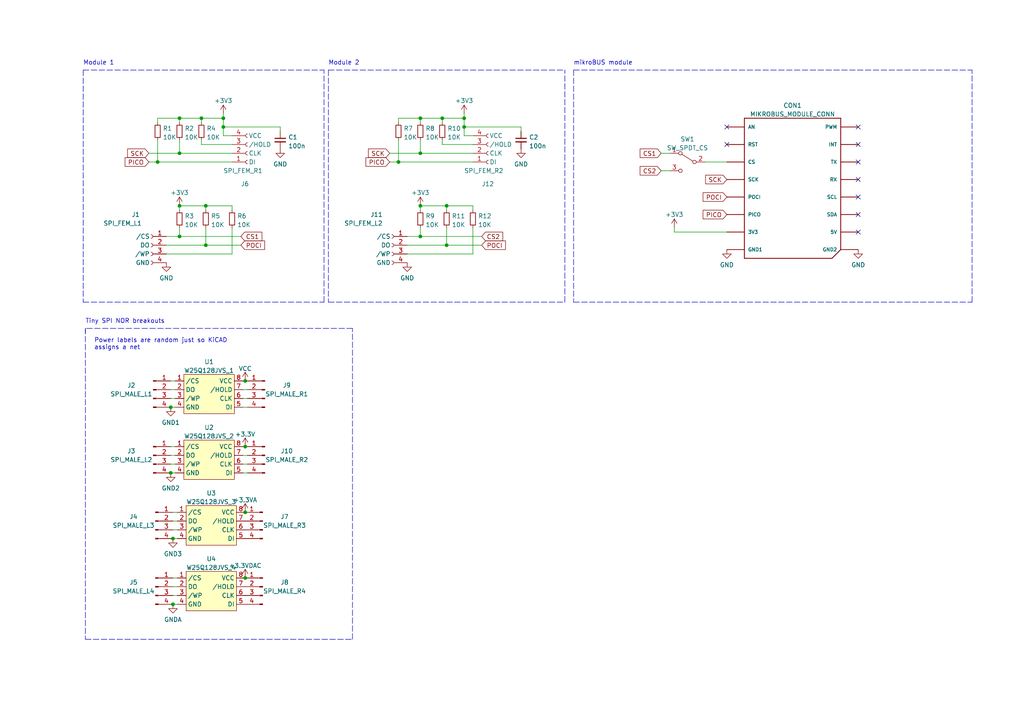
<source format=kicad_sch>
(kicad_sch (version 20211123) (generator eeschema)
  (paper "A4")
  (title_block (title "mikroBUS SPI NOR board") (date "2022-11-13") (rev "1") (company "Davide Depau"))
  (lib_symbols
    (symbol "Conn_01x04_Female_1" (pin_names (offset 1.016))
      (property "Reference" "J6" (at -2.54 -8.89 0))
      (property "Value" "SPI_FEM_R1" (at -7.62 -5.08 0))
      (symbol "Conn_01x04_Female_1_1_1"
        (arc (start -0.635 -2.032) (mid -1.143 -2.54) (end -0.635 -3.048) (stroke (width 0.1524)))
        (arc (start -0.635 0.508) (mid -1.143 0) (end -0.635 -0.508) (stroke (width 0.1524)))
        (arc (start -0.635 3.048) (mid -1.143 2.54) (end -0.635 2.032) (stroke (width 0.1524)))
        (arc (start -0.635 5.588) (mid -1.143 5.08) (end -0.635 4.572) (stroke (width 0.1524)))
        (pin passive line (at -5.08 -2.54 0) (length 3.81) (name "DI") (number "1"))
        (pin passive line (at -5.08 0 0) (length 3.81) (name "CLK") (number "2"))
        (pin passive line (at -5.08 2.54 0) (length 3.81) (name "/HOLD") (number "3"))
        (pin power_in line (at -5.08 5.08 0) (length 3.81) (name "VCC") (number "4"))
      )
    )
    (symbol "Conn_01x04_Female_2" (pin_names (offset 1.016))
      (property "Reference" "J12" (at -2.54 -8.89 0))
      (property "Value" "Conn_01x04_Female_2" (at -7.62 -5.08 0))
      (symbol "Conn_01x04_Female_2_1_1"
        (arc (start -0.635 -2.032) (mid -1.143 -2.54) (end -0.635 -3.048) (stroke (width 0.1524)))
        (arc (start -0.635 0.508) (mid -1.143 0) (end -0.635 -0.508) (stroke (width 0.1524)))
        (arc (start -0.635 3.048) (mid -1.143 2.54) (end -0.635 2.032) (stroke (width 0.1524)))
        (arc (start -0.635 5.588) (mid -1.143 5.08) (end -0.635 4.572) (stroke (width 0.1524)))
        (pin passive line (at -5.08 -2.54 0) (length 3.81) (name "DI") (number "1"))
        (pin passive line (at -5.08 0 0) (length 3.81) (name "CLK") (number "2"))
        (pin passive line (at -5.08 2.54 0) (length 3.81) (name "/HOLD") (number "3"))
        (pin power_in line (at -5.08 5.08 0) (length 3.81) (name "VCC") (number "4"))
      )
    )
    (symbol "Connector:Conn_01x04_Female" (pin_names (offset 1.016))
      (property "Reference" "J?" (at 0.635 10.507 0))
      (property "Value" "SPI_FEM_L" (at 0.635 7.9701 0))
      (symbol "Conn_01x04_Female_1_1"
        (arc (start -0.635 -2.032) (mid -1.143 -2.54) (end -0.635 -3.048) (stroke (width 0.1524)))
        (arc (start -0.635 0.508) (mid -1.143 0) (end -0.635 -0.508) (stroke (width 0.1524)))
        (arc (start -0.635 3.048) (mid -1.143 2.54) (end -0.635 2.032) (stroke (width 0.1524)))
        (arc (start -0.635 5.588) (mid -1.143 5.08) (end -0.635 4.572) (stroke (width 0.1524)))
        (pin passive line (at -5.08 -2.54 0) (length 3.81) (name "/CS") (number "1"))
        (pin passive line (at -5.08 0 0) (length 3.81) (name "DO") (number "2"))
        (pin passive line (at -5.08 2.54 0) (length 3.81) (name "/WP") (number "3"))
        (pin power_in line (at -5.08 5.08 0) (length 3.81) (name "GND") (number "4"))
      )
    )
    (symbol "Connector:Conn_01x04_Male" (pin_names (offset 1.016) hide)
      (property "Reference" "J" (at 0 5.08 0))
      (property "Value" "Conn_01x04_Male" (at 0 -7.62 0))
      (symbol "Conn_01x04_Male_1_1"
        (polyline (pts (xy 1.27 -5.08) (xy 0.8636 -5.08)) (stroke (width 0.1524)))
        (polyline (pts (xy 1.27 -2.54) (xy 0.8636 -2.54)) (stroke (width 0.1524)))
        (polyline (pts (xy 1.27 0) (xy 0.8636 0)) (stroke (width 0.1524)))
        (polyline (pts (xy 1.27 2.54) (xy 0.8636 2.54)) (stroke (width 0.1524)))
        (rectangle (start 0.8636 -4.953) (end 0 -5.207) (stroke (width 0.1524)) (fill (type outline)))
        (rectangle (start 0.8636 -2.413) (end 0 -2.667) (stroke (width 0.1524)) (fill (type outline)))
        (rectangle (start 0.8636 0.127) (end 0 -0.127) (stroke (width 0.1524)) (fill (type outline)))
        (rectangle (start 0.8636 2.667) (end 0 2.413) (stroke (width 0.1524)) (fill (type outline)))
        (pin passive line (at 5.08 2.54 180) (length 3.81) (name "Pin_1") (number "1"))
        (pin passive line (at 5.08 0 180) (length 3.81) (name "Pin_2") (number "2"))
        (pin passive line (at 5.08 -2.54 180) (length 3.81) (name "Pin_3") (number "3"))
        (pin passive line (at 5.08 -5.08 180) (length 3.81) (name "Pin_4") (number "4"))
      )
    )
    (symbol "Device:C_Small" (pin_numbers hide) (pin_names (offset 0.254) hide)
      (property "Reference" "C" (at 0.254 1.778 0))
      (property "Value" "C_Small" (at 0.254 -2.032 0))
      (symbol "C_Small_0_1"
        (polyline (pts (xy -1.524 -0.508) (xy 1.524 -0.508)) (stroke (width 0.3302)))
        (polyline (pts (xy -1.524 0.508) (xy 1.524 0.508)) (stroke (width 0.3048)))
      )
      (symbol "C_Small_1_1"
        (pin passive line (at 0 2.54 270) (length 2.032) (name "~") (number "1"))
        (pin passive line (at 0 -2.54 90) (length 2.032) (name "~") (number "2"))
      )
    )
    (symbol "Device:R_Small" (pin_numbers hide) (pin_names (offset 0.254) hide)
      (property "Reference" "R" (at 0.762 0.508 0))
      (property "Value" "R_Small" (at 0.762 -1.016 0))
      (symbol "R_Small_0_1"
        (rectangle (start -0.762 1.778) (end 0.762 -1.778) (stroke (width 0.2032)))
      )
      (symbol "R_Small_1_1"
        (pin passive line (at 0 2.54 270) (length 0.762) (name "~") (number "1"))
        (pin passive line (at 0 -2.54 90) (length 0.762) (name "~") (number "2"))
      )
    )
    (symbol "Switch:SW_SPDT" (pin_names (offset 0) hide)
      (property "Reference" "SW" (at 0 4.318 0))
      (property "Value" "SW_SPDT" (at 0 -5.08 0))
      (symbol "SW_SPDT_0_0"
        (circle (center -2.032 0) (radius 0.508))
        (circle (center 2.032 -2.54) (radius 0.508))
      )
      (symbol "SW_SPDT_0_1"
        (polyline (pts (xy -1.524 0.254) (xy 1.651 2.286)))
        (circle (center 2.032 2.54) (radius 0.508))
      )
      (symbol "SW_SPDT_1_1"
        (pin passive line (at 5.08 2.54 180) (length 2.54) (name "A") (number "1"))
        (pin passive line (at -5.08 0 0) (length 2.54) (name "B") (number "2"))
        (pin passive line (at 5.08 -2.54 180) (length 2.54) (name "C") (number "3"))
      )
    )
    (symbol "W25Q128JVS:W25Q128JVS"
      (property "Reference" "U" (at 0 -6.985 0))
      (property "Value" "W25Q128JVS" (at 0 6.985 0))
      (symbol "W25Q128JVS_0_1"
        (rectangle (start -7.62 5.715) (end 6.985 -5.715) (stroke (width 0.1524)) (fill (type background)))
      )
      (symbol "W25Q128JVS_1_1"
        (pin input line (at -10.16 3.81 0) (length 2.54) (name "/CS") (number "1"))
        (pin output line (at -10.16 1.27 0) (length 2.54) (name "DO") (number "2"))
        (pin input line (at -10.16 -1.27 0) (length 2.54) (name "/WP") (number "3"))
        (pin power_in line (at -10.16 -3.81 0) (length 2.54) (name "GND") (number "4"))
        (pin input line (at 9.525 -3.81 180) (length 2.54) (name "DI") (number "5"))
        (pin input line (at 9.525 -1.27 180) (length 2.54) (name "CLK") (number "6"))
        (pin input line (at 9.525 1.27 180) (length 2.54) (name "/HOLD") (number "7"))
        (pin power_in line (at 9.525 3.81 180) (length 2.54) (name "VCC") (number "8"))
      )
    )
    (symbol "mikroBUS:MIKROBUS_MODULE_CONN" (pin_numbers hide) (pin_names (offset 1.016))
      (property "Reference" "CON?" (at 13.97 44.3398 0))
      (property "Value" "MIKROBUS_MODULE_CONN" (at 13.97 41.8029 0))
      (symbol "MIKROBUS_MODULE_CONN_0_0"
        (polyline (pts (xy 0 0) (xy 0 40.64)) (stroke (width 0.254)))
        (polyline (pts (xy 0 40.64) (xy 27.94 40.64)) (stroke (width 0.254)))
        (polyline (pts (xy 25.4 0) (xy 0 0)) (stroke (width 0.254)))
        (polyline (pts (xy 27.94 2.54) (xy 25.4 0)) (stroke (width 0.254)))
        (polyline (pts (xy 27.94 40.64) (xy 27.94 2.54)) (stroke (width 0.254)))
        (pin bidirectional line (at -5.08 38.1 0) (length 5.08) (name "AN") (number "P1"))
        (pin power_in line (at 33.02 7.62 180) (length 5.08) (name "5V") (number "P10"))
        (pin bidirectional line (at 33.02 12.7 180) (length 5.08) (name "SDA") (number "P11"))
        (pin bidirectional line (at 33.02 17.78 180) (length 5.08) (name "SCL") (number "P12"))
        (pin bidirectional line (at 33.02 22.86 180) (length 5.08) (name "RX") (number "P13"))
        (pin bidirectional line (at 33.02 27.94 180) (length 5.08) (name "TX") (number "P14"))
        (pin bidirectional line (at 33.02 33.02 180) (length 5.08) (name "INT") (number "P15"))
        (pin bidirectional line (at 33.02 38.1 180) (length 5.08) (name "PWM") (number "P16"))
        (pin bidirectional line (at -5.08 33.02 0) (length 5.08) (name "RST") (number "P2"))
        (pin bidirectional line (at -5.08 27.94 0) (length 5.08) (name "CS") (number "P3"))
        (pin bidirectional line (at -5.08 22.86 0) (length 5.08) (name "SCK") (number "P4"))
        (pin bidirectional line (at -5.08 17.78 0) (length 5.08) (name "POCI") (number "P5"))
        (pin bidirectional line (at -5.08 12.7 0) (length 5.08) (name "PICO") (number "P6"))
        (pin power_in line (at -5.08 7.62 0) (length 5.08) (name "3V3") (number "P7"))
        (pin bidirectional line (at -5.08 2.54 0) (length 5.08) (name "GND1") (number "P8"))
        (pin bidirectional line (at 33.02 2.54 180) (length 5.08) (name "GND2") (number "P9"))
      )
    )
    (symbol "power:+3.3V" (power) (pin_names (offset 0))
      (property "Value" "+3.3V" (at 0 3.556 0))
      (symbol "+3.3V_0_1"
        (polyline (pts (xy -0.762 1.27) (xy 0 2.54)))
        (polyline (pts (xy 0 0) (xy 0 2.54)))
        (polyline (pts (xy 0 2.54) (xy 0.762 1.27)))
      )
      (symbol "+3.3V_1_1"
        (pin power_in line (at 0 0 90) (length 0) hide (name "+3.3V") (number "1"))
      )
    )
    (symbol "power:+3.3VA" (power) (pin_names (offset 0))
      (property "Value" "+3.3VA" (at 0 3.556 0))
      (symbol "+3.3VA_0_1"
        (polyline (pts (xy -0.762 1.27) (xy 0 2.54)))
        (polyline (pts (xy 0 0) (xy 0 2.54)))
        (polyline (pts (xy 0 2.54) (xy 0.762 1.27)))
      )
      (symbol "+3.3VA_1_1"
        (pin power_in line (at 0 0 90) (length 0) hide (name "+3.3VA") (number "1"))
      )
    )
    (symbol "power:+3.3VDAC" (power) (pin_names (offset 0))
      (property "Value" "+3.3VDAC" (at 0 2.54 0))
      (symbol "+3.3VDAC_0_0"
        (pin power_in line (at 0 0 90) (length 0) hide (name "+3.3VDAC") (number "1"))
      )
      (symbol "+3.3VDAC_0_1"
        (polyline (pts (xy -0.762 1.27) (xy 0 2.54)))
        (polyline (pts (xy 0 0) (xy 0 2.54)))
        (polyline (pts (xy 0 2.54) (xy 0.762 1.27)))
      )
    )
    (symbol "power:+3V3" (power) (pin_names (offset 0))
      (property "Value" "+3V3" (at 0 3.556 0))
      (symbol "+3V3_0_1"
        (polyline (pts (xy -0.762 1.27) (xy 0 2.54)))
        (polyline (pts (xy 0 0) (xy 0 2.54)))
        (polyline (pts (xy 0 2.54) (xy 0.762 1.27)))
      )
      (symbol "+3V3_1_1"
        (pin power_in line (at 0 0 90) (length 0) hide (name "+3V3") (number "1"))
      )
    )
    (symbol "power:GND" (power) (pin_names (offset 0))
      (property "Value" "GND" (at 0 -3.81 0))
      (symbol "GND_0_1"
        (polyline (pts (xy 0 0) (xy 0 -1.27) (xy 1.27 -1.27) (xy 0 -2.54) (xy -1.27 -1.27) (xy 0 -1.27)))
      )
      (symbol "GND_1_1"
        (pin power_in line (at 0 0 270) (length 0) hide (name "GND") (number "1"))
      )
    )
    (symbol "power:GND1" (power) (pin_names (offset 0))
      (property "Value" "GND1" (at 0 -3.81 0))
      (symbol "GND1_0_1"
        (polyline (pts (xy 0 0) (xy 0 -1.27) (xy 1.27 -1.27) (xy 0 -2.54) (xy -1.27 -1.27) (xy 0 -1.27)))
      )
      (symbol "GND1_1_1"
        (pin power_in line (at 0 0 270) (length 0) hide (name "GND1") (number "1"))
      )
    )
    (symbol "power:GND2" (power) (pin_names (offset 0))
      (property "Value" "GND2" (at 0 -3.81 0))
      (symbol "GND2_0_1"
        (polyline (pts (xy 0 0) (xy 0 -1.27) (xy 1.27 -1.27) (xy 0 -2.54) (xy -1.27 -1.27) (xy 0 -1.27)))
      )
      (symbol "GND2_1_1"
        (pin power_in line (at 0 0 270) (length 0) hide (name "GND2") (number "1"))
      )
    )
    (symbol "power:GND3" (power) (pin_names (offset 0))
      (property "Value" "GND3" (at 0 -3.81 0))
      (symbol "GND3_0_1"
        (polyline (pts (xy 0 0) (xy 0 -1.27) (xy 1.27 -1.27) (xy 0 -2.54) (xy -1.27 -1.27) (xy 0 -1.27)))
      )
      (symbol "GND3_1_1"
        (pin power_in line (at 0 0 270) (length 0) hide (name "GND3") (number "1"))
      )
    )
    (symbol "power:GNDA" (power) (pin_names (offset 0))
      (property "Value" "GNDA" (at 0 -3.81 0))
      (symbol "GNDA_0_1"
        (polyline (pts (xy 0 0) (xy 0 -1.27) (xy 1.27 -1.27) (xy 0 -2.54) (xy -1.27 -1.27) (xy 0 -1.27)))
      )
      (symbol "GNDA_1_1"
        (pin power_in line (at 0 0 270) (length 0) hide (name "GNDA") (number "1"))
      )
    )
    (symbol "power:VCC" (power) (pin_names (offset 0))
      (property "Value" "VCC" (at 0 3.81 0))
      (symbol "VCC_0_1"
        (polyline (pts (xy -0.762 1.27) (xy 0 2.54)))
        (polyline (pts (xy 0 0) (xy 0 2.54)))
        (polyline (pts (xy 0 2.54) (xy 0.762 1.27)))
      )
      (symbol "VCC_1_1"
        (pin power_in line (at 0 0 90) (length 0) hide (name "VCC") (number "1"))
      )
    )
  )
  (junction (at 49.53 118.11))
  (junction (at 64.77 34.29))
  (junction (at 52.07 68.58))
  (junction (at 49.53 137.16))
  (junction (at 71.12 110.49))
  (junction (at 71.12 148.59))
  (junction (at 45.72 46.99))
  (junction (at 59.69 59.69))
  (junction (at 121.92 59.69))
  (junction (at 134.62 34.29))
  (junction (at 71.12 129.54))
  (junction (at 129.54 71.12))
  (junction (at 58.42 34.29))
  (junction (at 71.12 167.64))
  (junction (at 121.92 44.45))
  (junction (at 121.92 68.58))
  (junction (at 52.07 59.69))
  (junction (at 128.27 34.29))
  (junction (at 134.62 36.83))
  (junction (at 129.54 59.69))
  (junction (at 52.07 34.29))
  (junction (at 50.165 175.26))
  (junction (at 121.92 34.29))
  (junction (at 115.57 46.99))
  (junction (at 59.69 71.12))
  (junction (at 50.165 156.21))
  (junction (at 64.77 36.83))
  (junction (at 52.07 44.45))
  (no_connect (at 248.92 67.31))
  (no_connect (at 248.92 62.23))
  (no_connect (at 248.92 41.91))
  (no_connect (at 248.92 52.07))
  (no_connect (at 248.92 46.99))
  (no_connect (at 248.92 57.15))
  (no_connect (at 210.82 41.91))
  (no_connect (at 248.92 36.83))
  (no_connect (at 210.82 36.83))
  (polyline (pts (xy 95.25 87.63) (xy 163.83 87.63)))
  (wire (pts (xy 67.31 39.37) (xy 64.77 39.37)))
  (wire (pts (xy 134.62 34.29) (xy 134.62 36.83)))
  (polyline (pts (xy 166.37 20.32) (xy 281.94 20.32)))
  (wire (pts (xy 67.31 73.66) (xy 67.31 66.04)))
  (wire (pts (xy 52.07 68.58) (xy 69.85 68.58)))
  (polyline (pts (xy 24.765 95.25) (xy 24.765 185.42)))
  (wire (pts (xy 113.03 44.45) (xy 121.92 44.45)))
  (wire (pts (xy 59.69 59.69) (xy 67.31 59.69)))
  (polyline (pts (xy 24.13 87.63) (xy 93.98 87.63)))
  (wire (pts (xy 121.92 68.58) (xy 121.92 66.04)))
  (wire (pts (xy 70.485 118.11) (xy 71.755 118.11)))
  (wire (pts (xy 115.57 40.64) (xy 115.57 46.99)))
  (polyline (pts (xy 95.25 20.32) (xy 163.83 20.32)))
  (wire (pts (xy 115.57 34.29) (xy 121.92 34.29)))
  (wire (pts (xy 128.27 34.29) (xy 128.27 35.56)))
  (wire (pts (xy 70.485 113.03) (xy 71.755 113.03)))
  (wire (pts (xy 50.165 153.67) (xy 51.435 153.67)))
  (wire (pts (xy 115.57 35.56) (xy 115.57 34.29)))
  (wire (pts (xy 121.92 44.45) (xy 121.92 40.64)))
  (polyline (pts (xy 93.98 87.63) (xy 93.98 20.32)))
  (wire (pts (xy 43.18 44.45) (xy 52.07 44.45)))
  (wire (pts (xy 49.53 137.16) (xy 50.8 137.16)))
  (wire (pts (xy 128.27 41.91) (xy 137.16 41.91)))
  (wire (pts (xy 118.11 68.58) (xy 121.92 68.58)))
  (wire (pts (xy 58.42 34.29) (xy 64.77 34.29)))
  (wire (pts (xy 129.54 71.12) (xy 129.54 66.04)))
  (wire (pts (xy 67.31 59.69) (xy 67.31 60.96)))
  (wire (pts (xy 129.54 59.69) (xy 137.16 59.69)))
  (wire (pts (xy 70.485 137.16) (xy 71.755 137.16)))
  (wire (pts (xy 134.62 39.37) (xy 134.62 36.83)))
  (wire (pts (xy 52.07 44.45) (xy 52.07 40.64)))
  (wire (pts (xy 70.485 134.62) (xy 71.755 134.62)))
  (wire (pts (xy 204.47 46.99) (xy 210.82 46.99)))
  (wire (pts (xy 52.07 34.29) (xy 52.07 35.56)))
  (polyline (pts (xy 102.235 95.25) (xy 24.765 95.25)))
  (polyline (pts (xy 24.765 95.25) (xy 24.765 96.52)))
  (wire (pts (xy 191.77 44.45) (xy 194.31 44.45)))
  (wire (pts (xy 70.485 132.08) (xy 71.755 132.08)))
  (polyline (pts (xy 24.765 185.42) (xy 102.235 185.42)))
  (wire (pts (xy 59.69 71.12) (xy 69.85 71.12)))
  (wire (pts (xy 71.12 110.49) (xy 71.755 110.49)))
  (wire (pts (xy 45.72 34.29) (xy 52.07 34.29)))
  (wire (pts (xy 48.26 71.12) (xy 59.69 71.12)))
  (wire (pts (xy 49.53 129.54) (xy 50.8 129.54)))
  (wire (pts (xy 49.53 115.57) (xy 50.8 115.57)))
  (wire (pts (xy 50.165 167.64) (xy 51.435 167.64)))
  (wire (pts (xy 50.165 148.59) (xy 51.435 148.59)))
  (polyline (pts (xy 24.13 20.32) (xy 93.98 20.32)))
  (polyline (pts (xy 102.235 185.42) (xy 102.235 95.25)))
  (wire (pts (xy 49.53 134.62) (xy 50.8 134.62)))
  (wire (pts (xy 128.27 34.29) (xy 134.62 34.29)))
  (wire (pts (xy 118.11 71.12) (xy 129.54 71.12)))
  (wire (pts (xy 137.16 59.69) (xy 137.16 60.96)))
  (wire (pts (xy 121.92 68.58) (xy 139.7 68.58)))
  (wire (pts (xy 52.07 44.45) (xy 67.31 44.45)))
  (wire (pts (xy 48.26 73.66) (xy 67.31 73.66)))
  (wire (pts (xy 137.16 73.66) (xy 137.16 66.04)))
  (wire (pts (xy 134.62 36.83) (xy 151.13 36.83)))
  (wire (pts (xy 113.03 46.99) (xy 115.57 46.99)))
  (wire (pts (xy 64.77 33.02) (xy 64.77 34.29)))
  (wire (pts (xy 115.57 46.99) (xy 137.16 46.99)))
  (wire (pts (xy 70.485 129.54) (xy 71.12 129.54)))
  (wire (pts (xy 121.92 60.96) (xy 121.92 59.69)))
  (wire (pts (xy 121.92 59.69) (xy 129.54 59.69)))
  (wire (pts (xy 118.11 73.66) (xy 137.16 73.66)))
  (wire (pts (xy 43.18 46.99) (xy 45.72 46.99)))
  (polyline (pts (xy 95.25 20.32) (xy 95.25 87.63)))
  (wire (pts (xy 121.92 34.29) (xy 121.92 35.56)))
  (wire (pts (xy 52.07 68.58) (xy 52.07 66.04)))
  (wire (pts (xy 64.77 36.83) (xy 81.28 36.83)))
  (wire (pts (xy 49.53 113.03) (xy 50.8 113.03)))
  (wire (pts (xy 52.07 60.96) (xy 52.07 59.69)))
  (wire (pts (xy 58.42 34.29) (xy 58.42 35.56)))
  (wire (pts (xy 52.07 34.29) (xy 58.42 34.29)))
  (wire (pts (xy 64.77 34.29) (xy 64.77 36.83)))
  (wire (pts (xy 49.53 118.11) (xy 50.8 118.11)))
  (wire (pts (xy 59.69 59.69) (xy 59.69 60.96)))
  (wire (pts (xy 128.27 41.91) (xy 128.27 40.64)))
  (wire (pts (xy 50.165 156.21) (xy 51.435 156.21)))
  (wire (pts (xy 71.12 129.54) (xy 71.755 129.54)))
  (polyline (pts (xy 281.94 87.63) (xy 281.94 20.32)))
  (wire (pts (xy 151.13 36.83) (xy 151.13 38.1)))
  (wire (pts (xy 70.485 115.57) (xy 71.755 115.57)))
  (wire (pts (xy 49.53 110.49) (xy 50.8 110.49)))
  (wire (pts (xy 191.77 49.53) (xy 194.31 49.53)))
  (wire (pts (xy 58.42 41.91) (xy 67.31 41.91)))
  (polyline (pts (xy 166.37 87.63) (xy 281.94 87.63)))
  (wire (pts (xy 195.58 67.31) (xy 210.82 67.31)))
  (wire (pts (xy 50.165 172.72) (xy 51.435 172.72)))
  (polyline (pts (xy 24.13 20.32) (xy 24.13 87.63)))
  (wire (pts (xy 45.72 40.64) (xy 45.72 46.99)))
  (wire (pts (xy 129.54 59.69) (xy 129.54 60.96)))
  (wire (pts (xy 70.485 110.49) (xy 71.12 110.49)))
  (polyline (pts (xy 166.37 20.32) (xy 166.37 87.63)))
  (wire (pts (xy 48.26 68.58) (xy 52.07 68.58)))
  (wire (pts (xy 50.165 170.18) (xy 51.435 170.18)))
  (wire (pts (xy 59.69 71.12) (xy 59.69 66.04)))
  (wire (pts (xy 137.16 39.37) (xy 134.62 39.37)))
  (wire (pts (xy 121.92 34.29) (xy 128.27 34.29)))
  (wire (pts (xy 45.72 35.56) (xy 45.72 34.29)))
  (wire (pts (xy 50.165 151.13) (xy 51.435 151.13)))
  (wire (pts (xy 121.92 44.45) (xy 137.16 44.45)))
  (wire (pts (xy 64.77 39.37) (xy 64.77 36.83)))
  (wire (pts (xy 195.58 66.04) (xy 195.58 67.31)))
  (wire (pts (xy 52.07 59.69) (xy 59.69 59.69)))
  (polyline (pts (xy 163.83 87.63) (xy 163.83 20.32)))
  (wire (pts (xy 45.72 46.99) (xy 67.31 46.99)))
  (wire (pts (xy 50.165 175.26) (xy 51.435 175.26)))
  (wire (pts (xy 58.42 41.91) (xy 58.42 40.64)))
  (wire (pts (xy 129.54 71.12) (xy 139.7 71.12)))
  (wire (pts (xy 81.28 36.83) (xy 81.28 38.1)))
  (wire (pts (xy 49.53 132.08) (xy 50.8 132.08)))
  (wire (pts (xy 134.62 33.02) (xy 134.62 34.29)))
  (text "Power labels are random just so KiCAD\nassigns a net" (at 27.305 101.6 0) (effects (font (size 1.27 1.27)) (justify left bottom)))
  (text "Module 2" (at 95.25 19.05 0) (effects (font (size 1.27 1.27)) (justify left bottom)))
  (text "Tiny SPI NOR breakouts" (at 24.765 93.98 0) (effects (font (size 1.27 1.27)) (justify left bottom)))
  (text "Module 1" (at 24.13 19.05 0) (effects (font (size 1.27 1.27)) (justify left bottom)))
  (text "mikroBUS module" (at 166.37 19.05 0) (effects (font (size 1.27 1.27)) (justify left bottom)))
  (global_label "PICO" (shape input) (at 113.03 46.99 180) (property "Intersheet References" "${INTERSHEET_REFS}" (effects hide)))
  (global_label "CS1" (shape input) (at 191.77 44.45 180) (property "Intersheet References" "${INTERSHEET_REFS}" (effects hide)))
  (global_label "SCK" (shape input) (at 210.82 52.07 180) (property "Intersheet References" "${INTERSHEET_REFS}" (effects hide)))
  (global_label "CS2" (shape input) (at 139.7 68.58 0) (property "Intersheet References" "${INTERSHEET_REFS}" (effects hide)))
  (global_label "SCK" (shape input) (at 43.18 44.45 180) (property "Intersheet References" "${INTERSHEET_REFS}" (effects hide)))
  (global_label "PICO" (shape input) (at 43.18 46.99 180) (property "Intersheet References" "${INTERSHEET_REFS}" (effects hide)))
  (global_label "CS2" (shape input) (at 191.77 49.53 180) (property "Intersheet References" "${INTERSHEET_REFS}" (effects hide)))
  (global_label "SCK" (shape input) (at 113.03 44.45 180) (property "Intersheet References" "${INTERSHEET_REFS}" (effects hide)))
  (global_label "POCI" (shape input) (at 210.82 57.15 180) (property "Intersheet References" "${INTERSHEET_REFS}" (effects hide)))
  (global_label "POCI" (shape input) (at 69.85 71.12 0) (property "Intersheet References" "${INTERSHEET_REFS}" (effects hide)))
  (global_label "POCI" (shape input) (at 139.7 71.12 0) (property "Intersheet References" "${INTERSHEET_REFS}" (effects hide)))
  (global_label "CS1" (shape input) (at 69.85 68.58 0) (property "Intersheet References" "${INTERSHEET_REFS}" (effects hide)))
  (global_label "PICO" (shape input) (at 210.82 62.23 180) (property "Intersheet References" "${INTERSHEET_REFS}" (effects hide)))
  (symbol (lib_id "power:+3V3") (at 64.77 33.02 0) (unit 1)
    (property "Reference" "#PWR03" (effects hide))
    (property "Value" "+3V3" (at 64.77 29.21 0))
  )
  (symbol (lib_id "W25Q128JVS:W25Q128JVS") (at 61.595 171.45 0) (unit 1)
    (property "Reference" "U4" (at 61.2775 162.086 0))
    (property "Value" "W25Q128JVS_4" (at 61.2775 164.6229 0))
    (property "Footprint" "Package_SO:SOIC-8_5.23x5.23mm_P1.27mm" (effects hide))
    (property "JLCPCB BOM" "1" (effects hide))
    (property "LCSC Part" "C97521" (effects hide))
  )
  (symbol (lib_id "power:GND") (at 48.26 76.2 0) (unit 1)
    (property "Reference" "#PWR01" (effects hide))
    (property "Value" "GND" (at 48.26 80.6434 0))
  )
  (symbol (lib_id "Device:R_Small") (at 121.92 38.1 0) (unit 1)
    (property "Reference" "R8" (at 123.4186 37.2653 0) (effects (justify left)))
    (property "Value" "10K" (at 123.4186 39.8022 0) (effects (justify left)))
    (property "Footprint" "Resistor_SMD:R_0402_1005Metric" (effects hide))
    (property "JLCPCB BOM" "1" (effects hide))
    (property "LCSC Part" "C25744" (effects hide))
  )
  (symbol (lib_id "power:+3.3VDAC") (at 71.12 167.64 0) (unit 1)
    (property "Reference" "#PWR0108" (effects hide))
    (property "Value" "+3.3VDAC" (at 71.12 164.0642 0))
  )
  (symbol (lib_id "power:GND") (at 210.82 72.39 0) (unit 1)
    (property "Reference" "#PWR010" (effects hide))
    (property "Value" "GND" (at 210.82 76.8334 0))
  )
  (symbol (lib_id "Device:R_Small") (at 129.54 63.5 0) (unit 1)
    (property "Reference" "R11" (at 131.0386 62.6653 0) (effects (justify left)))
    (property "Value" "10K" (at 131.0386 65.2022 0) (effects (justify left)))
    (property "Footprint" "Resistor_SMD:R_0402_1005Metric" (effects hide))
    (property "JLCPCB BOM" "1" (effects hide))
    (property "LCSC Part" "C25744" (effects hide))
  )
  (symbol (lib_id "power:GND1") (at 49.53 118.11 0) (unit 1)
    (property "Reference" "#PWR0101" (effects hide))
    (property "Value" "GND1" (at 49.53 122.5534 0))
  )
  (symbol (lib_id "power:+3V3") (at 134.62 33.02 0) (unit 1)
    (property "Reference" "#PWR07" (effects hide))
    (property "Value" "+3V3" (at 134.62 29.21 0))
  )
  (symbol (lib_id "Connector:Conn_01x04_Male") (at 76.2 170.18 0) (mirror y) (unit 1)
    (property "Reference" "J8" (at 82.55 168.91 0))
    (property "Value" "SPI_MALE_R4" (at 82.55 171.45 0))
    (property "Footprint" "Connector_PinHeader_2.54mm:PinHeader_1x04_P2.54mm_Vertical" (effects hide))
    (property "JLCPCB BOM" "0" (effects hide))
  )
  (symbol (lib_id "Connector:Conn_01x04_Female") (at 113.03 71.12 180) (unit 1)
    (property "Reference" "J11" (at 109.22 62.23 0))
    (property "Value" "SPI_FEM_L2" (at 105.41 64.77 0))
    (property "Footprint" "Connector_PinSocket_2.54mm:PinSocket_1x04_P2.54mm_Vertical" (effects hide))
    (property "JLCPCB BOM" "0" (effects hide))
  )
  (symbol (lib_id "Connector:Conn_01x04_Male") (at 45.085 170.18 0) (unit 1)
    (property "Reference" "J5" (at 38.735 168.91 0))
    (property "Value" "SPI_MALE_L4" (at 38.735 171.45 0))
    (property "Footprint" "Connector_PinHeader_2.54mm:PinHeader_1x04_P2.54mm_Vertical" (effects hide))
    (property "JLCPCB BOM" "0" (effects hide))
  )
  (symbol (lib_id "power:GND") (at 151.13 43.18 0) (unit 1)
    (property "Reference" "#PWR08" (effects hide))
    (property "Value" "GND" (at 151.13 47.6234 0))
  )
  (symbol (lib_id "Connector:Conn_01x04_Male") (at 45.085 151.13 0) (unit 1)
    (property "Reference" "J4" (at 38.735 149.86 0))
    (property "Value" "SPI_MALE_L3" (at 38.735 152.4 0))
    (property "Footprint" "Connector_PinHeader_2.54mm:PinHeader_1x04_P2.54mm_Vertical" (effects hide))
    (property "JLCPCB BOM" "0" (effects hide))
  )
  (symbol (lib_id "power:GND3") (at 50.165 156.21 0) (unit 1)
    (property "Reference" "#PWR0105" (effects hide))
    (property "Value" "GND3" (at 50.165 160.6534 0))
  )
  (symbol (lib_name "Conn_01x04_Female_2") (lib_id "Connector:Conn_01x04_Female") (at 142.24 44.45 0) (unit 1)
    (property "Reference" "J12" (at 139.7 53.34 0) (effects (justify left)))
    (property "Value" "SPI_FEM_R2" (at 134.62 49.53 0) (effects (justify left)))
    (property "Footprint" "Connector_PinSocket_2.54mm:PinSocket_1x04_P2.54mm_Vertical" (effects hide))
    (property "JLCPCB BOM" "0" (effects hide))
  )
  (symbol (lib_id "Connector:Conn_01x04_Male") (at 76.835 113.03 0) (mirror y) (unit 1)
    (property "Reference" "J9" (at 83.185 111.76 0))
    (property "Value" "SPI_MALE_R1" (at 83.185 114.3 0))
    (property "Footprint" "Connector_PinHeader_2.54mm:PinHeader_1x04_P2.54mm_Vertical" (effects hide))
    (property "JLCPCB BOM" "0" (effects hide))
  )
  (symbol (lib_id "Device:C_Small") (at 151.13 40.64 0) (unit 1)
    (property "Reference" "C2" (at 153.4541 39.8116 0) (effects (justify left)))
    (property "Value" "100n" (at 153.4541 42.3485 0) (effects (justify left)))
    (property "Footprint" "Capacitor_SMD:C_0402_1005Metric" (effects hide))
    (property "JLCPCB BOM" "1" (effects hide))
    (property "LCSC Part" "C1525" (effects hide))
  )
  (symbol (lib_id "Switch:SW_SPDT") (at 199.39 46.99 0) (mirror y) (unit 1)
    (property "Reference" "SW1" (at 199.39 40.3692 0))
    (property "Value" "SW_SPDT_CS" (at 199.39 42.9061 0))
    (property "Footprint" "marbastlib-various:SW_MSK12C02-HB" (effects hide))
    (property "JLCPCB BOM" "1" (effects hide))
    (property "LCSC Part" "C431541" (effects hide))
  )
  (symbol (lib_id "Device:R_Small") (at 52.07 63.5 0) (unit 1)
    (property "Reference" "R3" (at 53.5686 62.6653 0) (effects (justify left)))
    (property "Value" "10K" (at 53.5686 65.2022 0) (effects (justify left)))
    (property "Footprint" "Resistor_SMD:R_0402_1005Metric" (effects hide))
    (property "JLCPCB BOM" "1" (effects hide))
    (property "LCSC Part" "C25744" (effects hide))
  )
  (symbol (lib_id "Connector:Conn_01x04_Male") (at 76.835 132.08 0) (mirror y) (unit 1)
    (property "Reference" "J10" (at 83.185 130.81 0))
    (property "Value" "SPI_MALE_R2" (at 83.185 133.35 0))
    (property "Footprint" "Connector_PinHeader_2.54mm:PinHeader_1x04_P2.54mm_Vertical" (effects hide))
    (property "JLCPCB BOM" "0" (effects hide))
  )
  (symbol (lib_id "power:GNDA") (at 50.165 175.26 0) (unit 1)
    (property "Reference" "#PWR0103" (effects hide))
    (property "Value" "GNDA" (at 50.165 179.7034 0))
  )
  (symbol (lib_id "Device:R_Small") (at 45.72 38.1 0) (unit 1)
    (property "Reference" "R1" (at 47.2186 37.2653 0) (effects (justify left)))
    (property "Value" "10K" (at 47.2186 39.8022 0) (effects (justify left)))
    (property "Footprint" "Resistor_SMD:R_0402_1005Metric" (effects hide))
    (property "JLCPCB BOM" "1" (effects hide))
    (property "LCSC Part" "C25744" (effects hide))
  )
  (symbol (lib_id "power:+3V3") (at 52.07 59.69 0) (unit 1)
    (property "Reference" "#PWR02" (effects hide))
    (property "Value" "+3V3" (at 52.07 55.88 0))
  )
  (symbol (lib_id "power:+3V3") (at 121.92 59.69 0) (unit 1)
    (property "Reference" "#PWR06" (effects hide))
    (property "Value" "+3V3" (at 121.92 55.88 0))
  )
  (symbol (lib_id "power:GND") (at 118.11 76.2 0) (unit 1)
    (property "Reference" "#PWR05" (effects hide))
    (property "Value" "GND" (at 118.11 80.6434 0))
  )
  (symbol (lib_id "Device:R_Small") (at 59.69 63.5 0) (unit 1)
    (property "Reference" "R5" (at 61.1886 62.6653 0) (effects (justify left)))
    (property "Value" "10K" (at 61.1886 65.2022 0) (effects (justify left)))
    (property "Footprint" "Resistor_SMD:R_0402_1005Metric" (effects hide))
    (property "JLCPCB BOM" "1" (effects hide))
    (property "LCSC Part" "C25744" (effects hide))
  )
  (symbol (lib_id "W25Q128JVS:W25Q128JVS") (at 60.96 114.3 0) (unit 1)
    (property "Reference" "U1" (at 60.6425 104.936 0))
    (property "Value" "W25Q128JVS_1" (at 60.6425 107.4729 0))
    (property "Footprint" "Package_SO:SOIC-8_5.23x5.23mm_P1.27mm" (effects hide))
    (property "JLCPCB BOM" "1" (effects hide))
    (property "LCSC Part" "C97521" (effects hide))
  )
  (symbol (lib_id "power:GND2") (at 49.53 137.16 0) (unit 1)
    (property "Reference" "#PWR0102" (effects hide))
    (property "Value" "GND2" (at 49.53 141.6034 0))
  )
  (symbol (lib_id "Device:R_Small") (at 58.42 38.1 0) (unit 1)
    (property "Reference" "R4" (at 59.9186 37.2653 0) (effects (justify left)))
    (property "Value" "10K" (at 59.9186 39.8022 0) (effects (justify left)))
    (property "Footprint" "Resistor_SMD:R_0402_1005Metric" (effects hide))
    (property "JLCPCB BOM" "1" (effects hide))
    (property "LCSC Part" "C25744" (effects hide))
  )
  (symbol (lib_id "mikroBUS:MIKROBUS_MODULE_CONN") (at 215.9 74.93 0) (unit 1)
    (property "Reference" "CON1" (at 229.87 30.5902 0))
    (property "Value" "MIKROBUS_MODULE_CONN" (at 229.87 33.1271 0))
    (property "Footprint" "mikroBUS:MIKROBUS_MODULE_CONN" (effects hide))
    (property "JLCPCB BOM" "0" (effects hide))
  )
  (symbol (lib_id "power:VCC") (at 71.12 110.49 0) (unit 1)
    (property "Reference" "#PWR0104" (effects hide))
    (property "Value" "VCC" (at 71.12 106.9142 0))
  )
  (symbol (lib_name "Conn_01x04_Female_1") (lib_id "Connector:Conn_01x04_Female") (at 72.39 44.45 0) (unit 1)
    (property "Reference" "J6" (at 69.85 53.34 0) (effects (justify left)))
    (property "Value" "SPI_FEM_R1" (at 64.77 49.53 0) (effects (justify left)))
    (property "Footprint" "Connector_PinSocket_2.54mm:PinSocket_1x04_P2.54mm_Vertical" (effects hide))
    (property "JLCPCB BOM" "0" (effects hide))
  )
  (symbol (lib_id "power:GND") (at 81.28 43.18 0) (unit 1)
    (property "Reference" "#PWR04" (effects hide))
    (property "Value" "GND" (at 81.28 47.6234 0))
  )
  (symbol (lib_id "W25Q128JVS:W25Q128JVS") (at 60.96 133.35 0) (unit 1)
    (property "Reference" "U2" (at 60.6425 123.986 0))
    (property "Value" "W25Q128JVS_2" (at 60.6425 126.5229 0))
    (property "Footprint" "Package_SO:SOIC-8_5.23x5.23mm_P1.27mm" (effects hide))
    (property "JLCPCB BOM" "1" (effects hide))
    (property "LCSC Part" "C97521" (effects hide))
  )
  (symbol (lib_id "Connector:Conn_01x04_Male") (at 44.45 132.08 0) (unit 1)
    (property "Reference" "J3" (at 38.1 130.81 0))
    (property "Value" "SPI_MALE_L2" (at 38.1 133.35 0))
    (property "Footprint" "Connector_PinHeader_2.54mm:PinHeader_1x04_P2.54mm_Vertical" (effects hide))
    (property "JLCPCB BOM" "0" (effects hide))
  )
  (symbol (lib_id "Device:R_Small") (at 67.31 63.5 0) (unit 1)
    (property "Reference" "R6" (at 68.8086 62.6653 0) (effects (justify left)))
    (property "Value" "10K" (at 68.8086 65.2022 0) (effects (justify left)))
    (property "Footprint" "Resistor_SMD:R_0402_1005Metric" (effects hide))
    (property "JLCPCB BOM" "1" (effects hide))
    (property "LCSC Part" "C25744" (effects hide))
  )
  (symbol (lib_id "power:+3.3VA") (at 71.12 148.59 0) (unit 1)
    (property "Reference" "#PWR0107" (effects hide))
    (property "Value" "+3.3VA" (at 71.12 145.0142 0))
  )
  (symbol (lib_id "Device:R_Small") (at 121.92 63.5 0) (unit 1)
    (property "Reference" "R9" (at 123.4186 62.6653 0) (effects (justify left)))
    (property "Value" "10K" (at 123.4186 65.2022 0) (effects (justify left)))
    (property "Footprint" "Resistor_SMD:R_0402_1005Metric" (effects hide))
    (property "JLCPCB BOM" "1" (effects hide))
    (property "LCSC Part" "C25744" (effects hide))
  )
  (symbol (lib_id "Connector:Conn_01x04_Male") (at 44.45 113.03 0) (unit 1)
    (property "Reference" "J2" (at 38.1 111.76 0))
    (property "Value" "SPI_MALE_L1" (at 38.1 114.3 0))
    (property "Footprint" "Connector_PinHeader_2.54mm:PinHeader_1x04_P2.54mm_Vertical" (effects hide))
    (property "JLCPCB BOM" "0" (effects hide))
  )
  (symbol (lib_id "power:+3.3V") (at 71.12 129.54 0) (unit 1)
    (property "Reference" "#PWR0106" (effects hide))
    (property "Value" "+3.3V" (at 71.12 125.9642 0))
  )
  (symbol (lib_id "Device:R_Small") (at 52.07 38.1 0) (unit 1)
    (property "Reference" "R2" (at 53.5686 37.2653 0) (effects (justify left)))
    (property "Value" "10K" (at 53.5686 39.8022 0) (effects (justify left)))
    (property "Footprint" "Resistor_SMD:R_0402_1005Metric" (effects hide))
    (property "JLCPCB BOM" "1" (effects hide))
    (property "LCSC Part" "C25744" (effects hide))
  )
  (symbol (lib_id "Device:C_Small") (at 81.28 40.64 0) (unit 1)
    (property "Reference" "C1" (at 83.6041 39.8116 0) (effects (justify left)))
    (property "Value" "100n" (at 83.6041 42.3485 0) (effects (justify left)))
    (property "Footprint" "Capacitor_SMD:C_0402_1005Metric" (effects hide))
    (property "JLCPCB BOM" "1" (effects hide))
    (property "LCSC Part" "C1525" (effects hide))
  )
  (symbol (lib_id "Device:R_Small") (at 137.16 63.5 0) (unit 1)
    (property "Reference" "R12" (at 138.6586 62.6653 0) (effects (justify left)))
    (property "Value" "10K" (at 138.6586 65.2022 0) (effects (justify left)))
    (property "Footprint" "Resistor_SMD:R_0402_1005Metric" (effects hide))
    (property "JLCPCB BOM" "1" (effects hide))
    (property "LCSC Part" "C25744" (effects hide))
  )
  (symbol (lib_id "power:+3V3") (at 195.58 66.04 0) (unit 1)
    (property "Reference" "#PWR09" (effects hide))
    (property "Value" "+3V3" (at 195.58 62.23 0))
  )
  (symbol (lib_id "power:GND") (at 248.92 72.39 0) (unit 1)
    (property "Reference" "#PWR011" (effects hide))
    (property "Value" "GND" (at 248.92 76.8334 0))
  )
  (symbol (lib_id "Connector:Conn_01x04_Male") (at 76.2 151.13 0) (mirror y) (unit 1)
    (property "Reference" "J7" (at 82.55 149.86 0))
    (property "Value" "SPI_MALE_R3" (at 82.55 152.4 0))
    (property "Footprint" "Connector_PinHeader_2.54mm:PinHeader_1x04_P2.54mm_Vertical" (effects hide))
    (property "JLCPCB BOM" "0" (effects hide))
  )
  (symbol (lib_id "W25Q128JVS:W25Q128JVS") (at 61.595 152.4 0) (unit 1)
    (property "Reference" "U3" (at 61.2775 143.036 0))
    (property "Value" "W25Q128JVS_3" (at 61.2775 145.5729 0))
    (property "Footprint" "Package_SO:SOIC-8_5.23x5.23mm_P1.27mm" (effects hide))
    (property "JLCPCB BOM" "1" (effects hide))
    (property "LCSC Part" "C97521" (effects hide))
  )
  (symbol (lib_id "Connector:Conn_01x04_Female") (at 43.18 71.12 180) (unit 1)
    (property "Reference" "J1" (at 39.37 62.23 0))
    (property "Value" "SPI_FEM_L1" (at 35.56 64.77 0))
    (property "Footprint" "Connector_PinSocket_2.54mm:PinSocket_1x04_P2.54mm_Vertical" (effects hide))
    (property "JLCPCB BOM" "0" (effects hide))
  )
  (symbol (lib_id "Device:R_Small") (at 115.57 38.1 0) (unit 1)
    (property "Reference" "R7" (at 117.0686 37.2653 0) (effects (justify left)))
    (property "Value" "10K" (at 117.0686 39.8022 0) (effects (justify left)))
    (property "Footprint" "Resistor_SMD:R_0402_1005Metric" (effects hide))
    (property "JLCPCB BOM" "1" (effects hide))
    (property "LCSC Part" "C25744" (effects hide))
  )
  (symbol (lib_id "Device:R_Small") (at 128.27 38.1 0) (unit 1)
    (property "Reference" "R10" (at 129.7686 37.2653 0) (effects (justify left)))
    (property "Value" "10K" (at 129.7686 39.8022 0) (effects (justify left)))
    (property "Footprint" "Resistor_SMD:R_0402_1005Metric" (effects hide))
    (property "JLCPCB BOM" "1" (effects hide))
    (property "LCSC Part" "C25744" (effects hide))
  )
)
</source>
